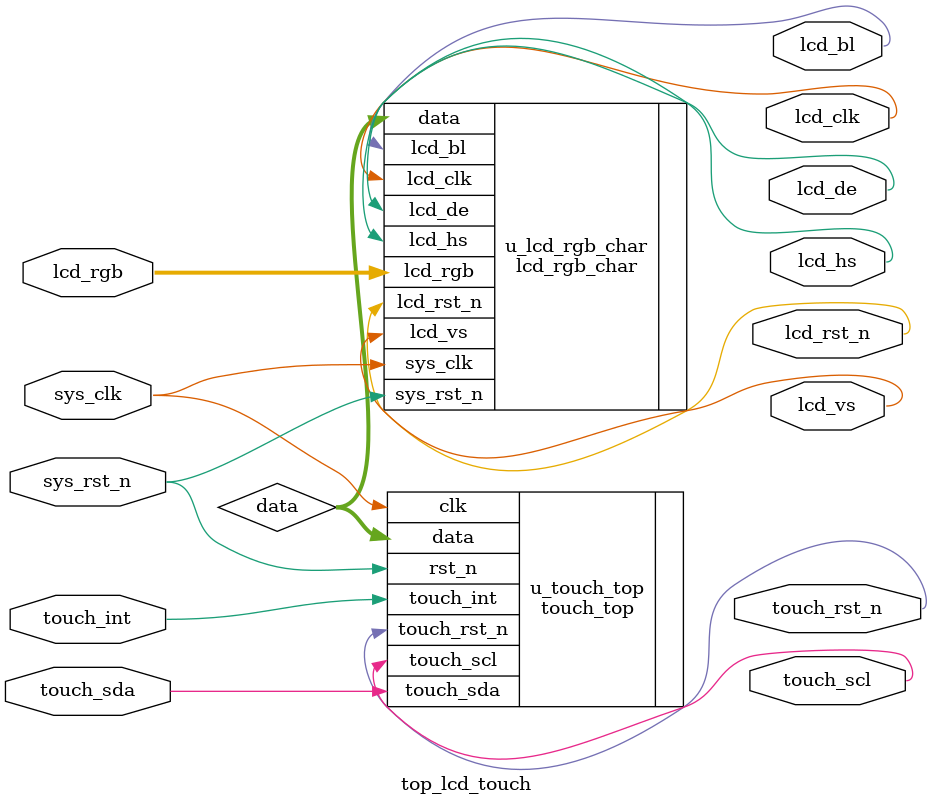
<source format=v>
module top_lcd_touch(
    //Ê±ÖÓºÍ¸´Î»½Ó¿Ú
    input            sys_clk    ,  //ÏµÍ³Ê±ÖÓÐÅºÅ
    input            sys_rst_n  ,  //ÏµÍ³¸´Î»ÐÅºÅ
    //TOUCH ½Ó¿Ú                  
    inout            touch_sda  ,  //TOUCH IICÊý¾Ý
    output           touch_scl  ,  //TOUCH IICÊ±ÖÓ
    inout            touch_int  ,  //TOUCH INTÐÅºÅ
    output           touch_rst_n,  //TOUCH ¸´Î»ÐÅºÅ
    //RGB LCD½Ó¿Ú                 
    output           lcd_de     ,  //LCD Êý¾ÝÊ¹ÄÜÐÅºÅ
    output           lcd_hs     ,  //LCD ÐÐÍ¬²½ÐÅºÅ
    output           lcd_vs     ,  //LCD ³¡Í¬²½ÐÅºÅ
    output           lcd_bl     ,  //LCD ±³¹â¿ØÖÆÐÅºÅ
    output           lcd_clk    ,  //LCD ÏñËØÊ±ÖÓ
    output           lcd_rst_n  ,  //LCD ¸´Î»
    inout    [23:0]  lcd_rgb       //LCD RGBÑÕÉ«Êý¾Ý
);

//wire define
//wire  [15:0]  lcd_id     ;      //LCDÆÁID
wire  [31:0]  data       ;      //´¥Ãþµã×ø±ê


//*****************************************************
//**                    main code
//*****************************************************                                       

//´¥ÃþÇý¶¯¶¥²ãÄ£¿é    
touch_top  u_touch_top(
    .clk            (sys_clk    ),
    .rst_n          (sys_rst_n  ),

    .touch_rst_n    (touch_rst_n),
    .touch_int      (touch_int  ),
    .touch_scl      (touch_scl  ),
    .touch_sda      (touch_sda  ),
    
    .data           (data       )
);
      
//Àý»¯LCDÏÔÊ¾Ä£¿é
lcd_rgb_char  u_lcd_rgb_char
(
   .sys_clk         (sys_clk  ),
   .sys_rst_n       (sys_rst_n),
   .data            (data     ),
   //RGB LCD½Ó¿Ú 
   .lcd_hs          (lcd_hs   ),
   .lcd_vs          (lcd_vs   ),
   .lcd_de          (lcd_de   ),
   .lcd_rgb         (lcd_rgb  ),
   .lcd_bl          (lcd_bl   ),
   .lcd_rst_n       (lcd_rst_n),
   .lcd_clk         (lcd_clk  )
);

endmodule 
</source>
